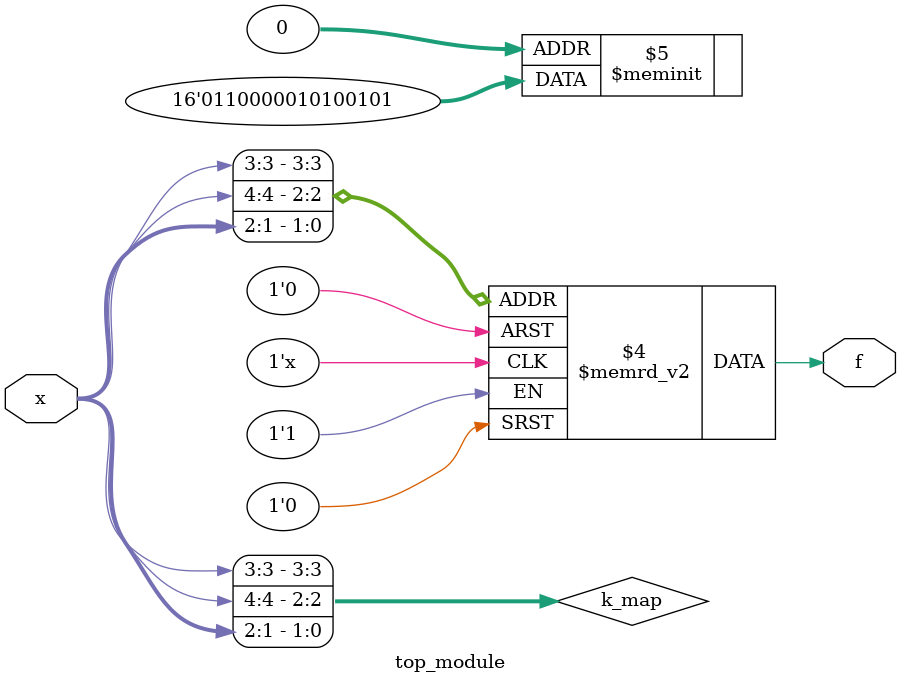
<source format=sv>
module top_module (
	input [4:1] x,
	output logic f
);

	logic [3:0] k_map;
	assign k_map = {x[3], x[4], x[2], x[1]};
	
	always_comb begin
		case (k_map)
		
			4'b0000: f = 1'b1;
			4'b0001: f = 1'b0;
			4'b0011: f = 1'b0;
			4'b0010: f = 1'b1;
			4'b0111: f = 1'b1;
			4'b0101: f = 1'b1;
			4'b0100: f = 1'b0;
			4'b0110: f = 1'b0;
			4'b1110: f = 1'b1;
			4'b1111: f = 1'b0;
			4'b1101: f = 1'b1;
			4'b1100: f = 1'b0;
			default: f = 1'b0;
		endcase
	end
endmodule

</source>
